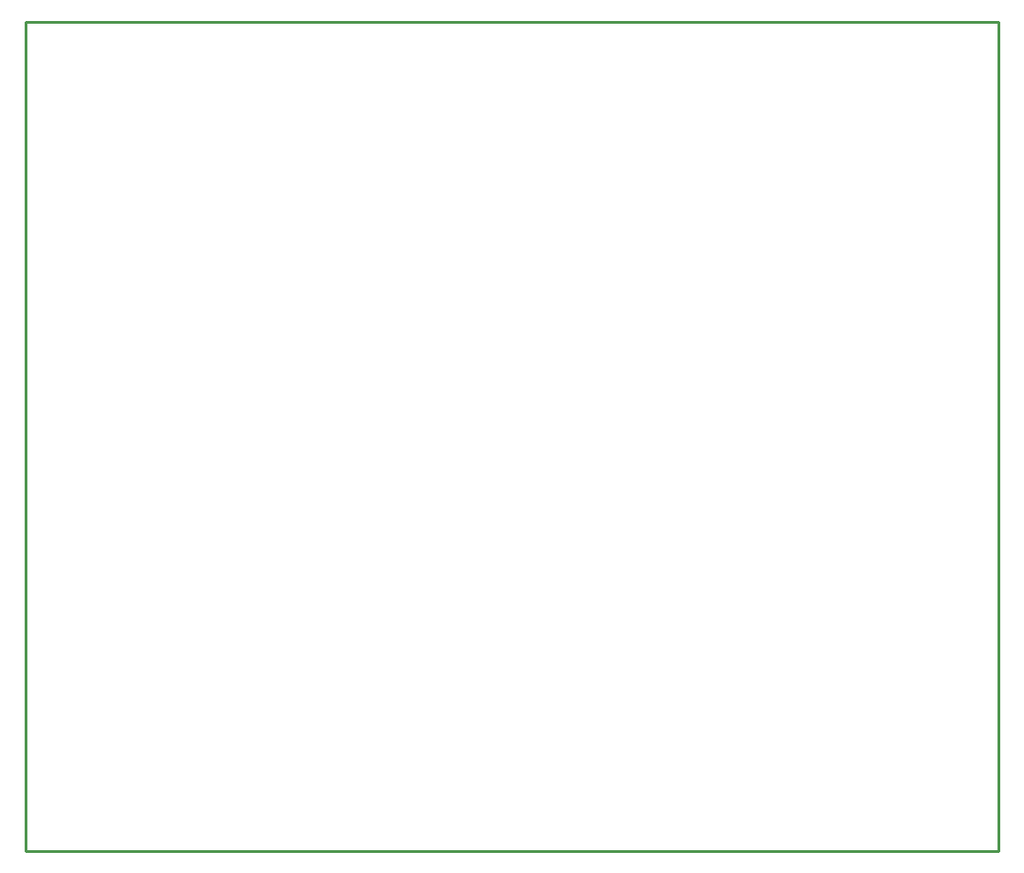
<source format=gm1>
G04*
G04 #@! TF.GenerationSoftware,Altium Limited,Altium Designer,23.3.1 (30)*
G04*
G04 Layer_Color=16711935*
%FSLAX25Y25*%
%MOIN*%
G70*
G04*
G04 #@! TF.SameCoordinates,9A21843B-87D8-4875-86EA-9B3002E87254*
G04*
G04*
G04 #@! TF.FilePolarity,Positive*
G04*
G01*
G75*
%ADD12C,0.01000*%
D12*
X355000Y302500D02*
X355000Y0D01*
X-0Y302500D02*
X355000Y302500D01*
X0Y-0D02*
X355000Y0D01*
X-0Y302500D02*
X0Y-0D01*
M02*

</source>
